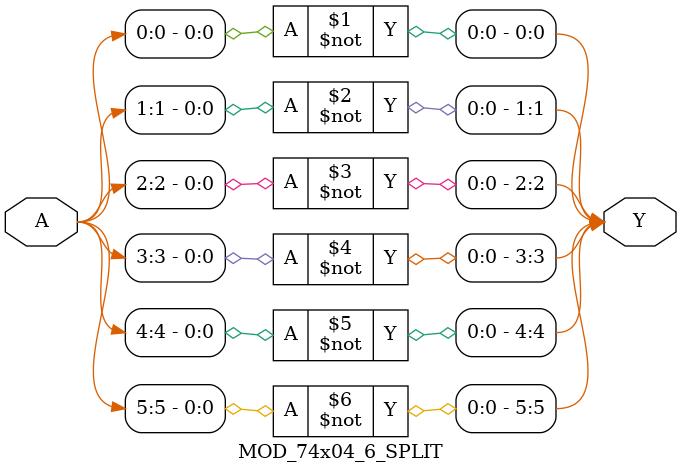
<source format=v>
module MOD_74x04_6 (
    input [5:0] A,
    output [5:0] Y);

assign Y = ~A;

endmodule

module MOD_74x04_6_SPLIT (
    input [5:0] A,
    output [5:0] Y);

assign Y[0] = ~A[0];
assign Y[1] = ~A[1];
assign Y[2] = ~A[2];
assign Y[3] = ~A[3];
assign Y[4] = ~A[4];
assign Y[5] = ~A[5];

endmodule

</source>
